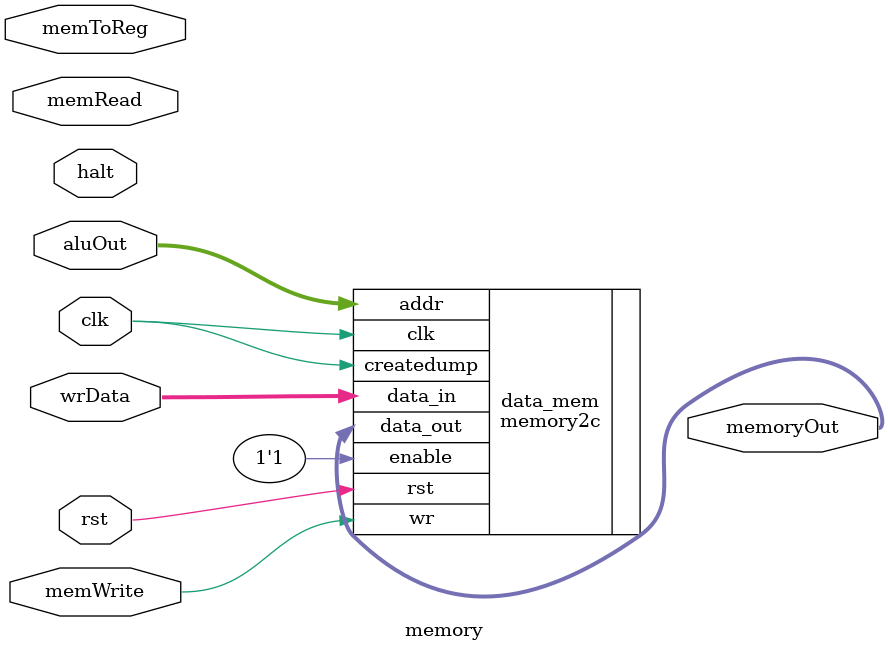
<source format=v>
/*
   CS/ECE 552 Spring '20
  
   Filename        : memory.v
   Description     : This module contains all components in the Memory stage of the 
                     processor.
*/
module memory (aluOut, wrData, memRead, memWrite, memToReg, clk, rst, memoryOut, halt);

   input memRead, memWrite, memToReg, clk, rst, halt;
  
   input [15:0] wrData, aluOut;
   output [15:0] memoryOut;

   // Memory segment
   // Initialize memory
   // TODO: Change memory back to syn type 
   memory2c data_mem(.data_out(memoryOut), .data_in(wrData), .addr(aluOut), .enable(1'b1), .wr(memWrite), .createdump(clk), .clk(clk), .rst(rst) );


endmodule

</source>
